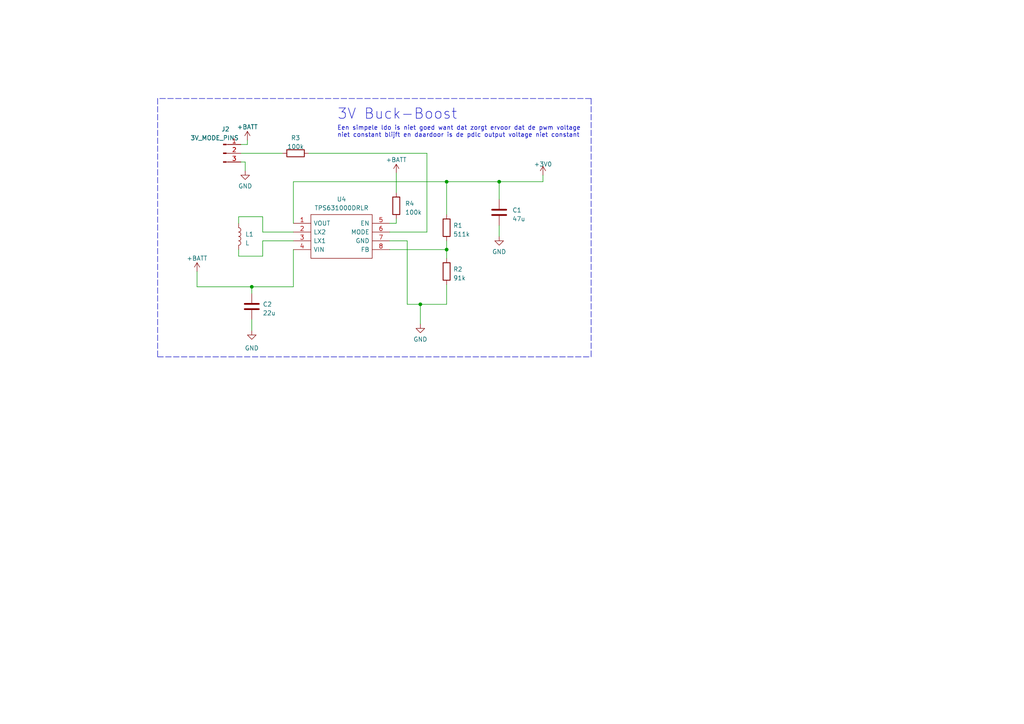
<source format=kicad_sch>
(kicad_sch (version 20230121) (generator eeschema)
  (paper "A4")
  (lib_symbols
    (symbol "Connector:Conn_01x03_Pin" (pin_names (offset 1.016) hide)
      (property "Reference" "J" (at 0 5.08 0))
      (property "Value" "Conn_01x03_Pin" (at 0 -5.08 0))
      (symbol "Conn_01x03_Pin_1_1"
        (polyline (pts (xy 1.27 -2.54) (xy 0.8636 -2.54)) (stroke (width 0.1524)))
        (polyline (pts (xy 1.27 0) (xy 0.8636 0)) (stroke (width 0.1524)))
        (polyline (pts (xy 1.27 2.54) (xy 0.8636 2.54)) (stroke (width 0.1524)))
        (rectangle (start 0.8636 -2.413) (end 0 -2.667) (stroke (width 0.1524)) (fill (type outline)))
        (rectangle (start 0.8636 0.127) (end 0 -0.127) (stroke (width 0.1524)) (fill (type outline)))
        (rectangle (start 0.8636 2.667) (end 0 2.413) (stroke (width 0.1524)) (fill (type outline)))
        (pin passive line (at 5.08 2.54 180) (length 3.81) (name "Pin_1") (number "1"))
        (pin passive line (at 5.08 0 180) (length 3.81) (name "Pin_2") (number "2"))
        (pin passive line (at 5.08 -2.54 180) (length 3.81) (name "Pin_3") (number "3"))
      )
    )
    (symbol "Device:C" (pin_numbers hide) (pin_names (offset 0.254))
      (property "Reference" "C" (at 0.635 2.54 0))
      (property "Value" "C" (at 0.635 -2.54 0))
      (symbol "C_0_1"
        (polyline (pts (xy -2.032 -0.762) (xy 2.032 -0.762)) (stroke (width 0.508)))
        (polyline (pts (xy -2.032 0.762) (xy 2.032 0.762)) (stroke (width 0.508)))
      )
      (symbol "C_1_1"
        (pin passive line (at 0 3.81 270) (length 2.794) (name "~") (number "1"))
        (pin passive line (at 0 -3.81 90) (length 2.794) (name "~") (number "2"))
      )
    )
    (symbol "Device:L" (pin_numbers hide) (pin_names (offset 1.016) hide)
      (property "Reference" "L" (at -1.27 0 90))
      (property "Value" "L" (at 1.905 0 90))
      (symbol "L_0_1"
        (arc (start 0 -2.54) (mid 0.6323 -1.905) (end 0 -1.27))
        (arc (start 0 -1.27) (mid 0.6323 -0.635) (end 0 0))
        (arc (start 0 0) (mid 0.6323 0.635) (end 0 1.27))
        (arc (start 0 1.27) (mid 0.6323 1.905) (end 0 2.54))
      )
      (symbol "L_1_1"
        (pin passive line (at 0 3.81 270) (length 1.27) (name "1") (number "1"))
        (pin passive line (at 0 -3.81 90) (length 1.27) (name "2") (number "2"))
      )
    )
    (symbol "Device:R" (pin_numbers hide) (pin_names (offset 0))
      (property "Reference" "R" (at 2.032 0 90))
      (property "Value" "R" (at 0 0 90))
      (symbol "R_0_1"
        (rectangle (start -1.016 -2.54) (end 1.016 2.54) (stroke (width 0.254)))
      )
      (symbol "R_1_1"
        (pin passive line (at 0 3.81 270) (length 1.27) (name "~") (number "1"))
        (pin passive line (at 0 -3.81 90) (length 1.27) (name "~") (number "2"))
      )
    )
    (symbol "SamacSys_Parts:TPS631000DRLR" (pin_names (offset 0.762))
      (property "Reference" "U" (at 24.13 7.62 0))
      (property "Value" "TPS631000DRLR" (at 24.13 5.08 0))
      (symbol "TPS631000DRLR_0_0"
        (pin passive line (at 0 0 0) (length 5.08) (name "VOUT") (number "1"))
        (pin passive line (at 0 -2.54 0) (length 5.08) (name "LX2") (number "2"))
        (pin passive line (at 0 -5.08 0) (length 5.08) (name "LX1") (number "3"))
        (pin passive line (at 0 -7.62 0) (length 5.08) (name "VIN") (number "4"))
        (pin passive line (at 27.94 0 180) (length 5.08) (name "EN") (number "5"))
        (pin passive line (at 27.94 -2.54 180) (length 5.08) (name "MODE") (number "6"))
        (pin passive line (at 27.94 -5.08 180) (length 5.08) (name "GND") (number "7"))
        (pin passive line (at 27.94 -7.62 180) (length 5.08) (name "FB") (number "8"))
      )
      (symbol "TPS631000DRLR_0_1"
        (polyline (pts (xy 5.08 2.54) (xy 22.86 2.54) (xy 22.86 -10.16) (xy 5.08 -10.16) (xy 5.08 2.54)) (stroke (width 0.1524)))
      )
    )
    (symbol "power:+3V0" (power) (pin_names (offset 0))
      (property "Value" "+3V0" (at 0 3.556 0))
      (symbol "+3V0_0_1"
        (polyline (pts (xy -0.762 1.27) (xy 0 2.54)))
        (polyline (pts (xy 0 0) (xy 0 2.54)))
        (polyline (pts (xy 0 2.54) (xy 0.762 1.27)))
      )
      (symbol "+3V0_1_1"
        (pin power_in line (at 0 0 90) (length 0) hide (name "+3V0") (number "1"))
      )
    )
    (symbol "power:+BATT" (power) (pin_names (offset 0))
      (property "Value" "+BATT" (at 0 3.556 0))
      (symbol "+BATT_0_1"
        (polyline (pts (xy -0.762 1.27) (xy 0 2.54)))
        (polyline (pts (xy 0 0) (xy 0 2.54)))
        (polyline (pts (xy 0 2.54) (xy 0.762 1.27)))
      )
      (symbol "+BATT_1_1"
        (pin power_in line (at 0 0 90) (length 0) hide (name "+BATT") (number "1"))
      )
    )
    (symbol "power:GND" (power) (pin_names (offset 0))
      (property "Value" "GND" (at 0 -3.81 0))
      (symbol "GND_0_1"
        (polyline (pts (xy 0 0) (xy 0 -1.27) (xy 1.27 -1.27) (xy 0 -2.54) (xy -1.27 -1.27) (xy 0 -1.27)))
      )
      (symbol "GND_1_1"
        (pin power_in line (at 0 0 270) (length 0) hide (name "GND") (number "1"))
      )
    )
  )
  (junction (at 144.78 52.705))
  (junction (at 129.54 72.39))
  (junction (at 129.54 52.705))
  (junction (at 73.025 83.185))
  (junction (at 121.92 88.265))
  (wire (pts (xy 69.85 46.99) (xy 71.12 46.99)))
  (wire (pts (xy 73.025 92.71) (xy 73.025 95.885)))
  (wire (pts (xy 129.54 69.85) (xy 129.54 72.39)))
  (wire (pts (xy 71.755 40.64) (xy 71.755 41.91)))
  (wire (pts (xy 157.48 50.8) (xy 157.48 52.705)))
  (wire (pts (xy 76.2 74.295) (xy 69.215 74.295)))
  (wire (pts (xy 114.935 50.165) (xy 114.935 55.88)))
  (wire (pts (xy 85.09 69.85) (xy 76.2 69.85)))
  (wire (pts (xy 71.12 46.99) (xy 71.12 49.53)))
  (wire (pts (xy 73.025 83.185) (xy 73.025 85.09)))
  (polyline (pts (xy 171.45 28.575) (xy 171.45 103.505)) (stroke (width 0) (type dash)))
  (polyline (pts (xy 171.45 28.575) (xy 45.72 28.575)) (stroke (width 0) (type dash)))
  (wire (pts (xy 85.09 67.31) (xy 76.2 67.31)))
  (wire (pts (xy 69.215 72.39) (xy 69.215 74.295)))
  (wire (pts (xy 89.535 44.45) (xy 123.825 44.45)))
  (wire (pts (xy 69.85 44.45) (xy 81.915 44.45)))
  (wire (pts (xy 118.11 88.265) (xy 121.92 88.265)))
  (wire (pts (xy 144.78 52.705) (xy 144.78 57.785)))
  (wire (pts (xy 129.54 52.705) (xy 144.78 52.705)))
  (wire (pts (xy 144.78 52.705) (xy 157.48 52.705)))
  (wire (pts (xy 129.54 88.265) (xy 129.54 82.55)))
  (wire (pts (xy 113.03 72.39) (xy 129.54 72.39)))
  (wire (pts (xy 57.15 78.74) (xy 57.15 83.185)))
  (wire (pts (xy 73.025 83.185) (xy 57.15 83.185)))
  (wire (pts (xy 114.935 63.5) (xy 114.935 64.77)))
  (wire (pts (xy 85.09 52.705) (xy 129.54 52.705)))
  (wire (pts (xy 123.825 44.45) (xy 123.825 67.31)))
  (wire (pts (xy 76.2 62.865) (xy 69.215 62.865)))
  (wire (pts (xy 85.09 72.39) (xy 85.09 83.185)))
  (wire (pts (xy 69.215 62.865) (xy 69.215 64.77)))
  (wire (pts (xy 71.755 41.91) (xy 69.85 41.91)))
  (wire (pts (xy 113.03 69.85) (xy 118.11 69.85)))
  (wire (pts (xy 85.09 52.705) (xy 85.09 64.77)))
  (wire (pts (xy 129.54 52.705) (xy 129.54 62.23)))
  (wire (pts (xy 76.2 69.85) (xy 76.2 74.295)))
  (wire (pts (xy 144.78 68.58) (xy 144.78 65.405)))
  (wire (pts (xy 85.09 83.185) (xy 73.025 83.185)))
  (wire (pts (xy 129.54 72.39) (xy 129.54 74.93)))
  (polyline (pts (xy 45.72 103.505) (xy 171.45 103.505)) (stroke (width 0) (type dash)))
  (wire (pts (xy 76.2 67.31) (xy 76.2 62.865)))
  (wire (pts (xy 123.825 67.31) (xy 113.03 67.31)))
  (wire (pts (xy 121.92 88.265) (xy 121.92 93.98)))
  (polyline (pts (xy 45.72 28.575) (xy 45.72 103.505)) (stroke (width 0) (type dash)))
  (wire (pts (xy 121.92 88.265) (xy 129.54 88.265)))
  (wire (pts (xy 114.935 64.77) (xy 113.03 64.77)))
  (wire (pts (xy 118.11 69.85) (xy 118.11 88.265)))
  (text "Een simpele ldo is niet goed want dat zorgt ervoor dat de pwm voltage \nniet constant blijft en daardoor is de pdlc output voltage niet constant" (at 97.79 40.005 0) (effects (font (size 1.27 1.27)) (justify left bottom)))
  (text "3V Buck-Boost" (at 97.79 34.925 0) (effects (font (size 3 3)) (justify left bottom)))
  (symbol (lib_id "Device:R") (at 85.725 44.45 90) (unit 1)
    (property "Reference" "R3" (at 85.725 40.005 90))
    (property "Value" "100k" (at 85.725 42.545 90))
    (instances (project "RookBril" (path "" (reference "R3") (unit 1)) (path "" (reference "R5") (unit 1))))
  )
  (symbol (lib_id "power:GND") (at 121.92 93.98 0) (unit 1)
    (property "Reference" "#PWR03" (effects hide))
    (property "Value" "GND" (at 121.92 98.425 0))
    (instances (project "RookBril" (path "" (reference "#PWR03") (unit 1)) (path "" (reference "#PWR020") (unit 1))))
  )
  (symbol (lib_id "SamacSys_Parts:TPS631000DRLR") (at 85.09 64.77 0) (unit 1)
    (property "Reference" "U4" (at 99.06 57.785 0))
    (property "Value" "TPS631000DRLR" (at 99.06 60.325 0))
    (property "Footprint" "SOTFL50P160X60-8N" (effects hide))
    (property "Datasheet" "https://www.ti.com/lit/ds/symlink/tps631000.pdf?ts=1652152702265" (effects hide))
    (property "Description" "Switching Voltage Regulators 1.5-A output current, high power density buck-boost converter" (effects hide))
    (property "Height" "0.6" (effects hide))
    (property "Mouser Part Number" "595-TPS631000DRLR" (effects hide))
    (property "Mouser Price/Stock" "https://www.mouser.co.uk/ProductDetail/Texas-Instruments/TPS631000DRLR?qs=rSMjJ%252B1ewcRYwoN2deTeNA%3D%3D" (effects hide))
    (property "Manufacturer_Name" "Texas Instruments" (effects hide))
    (property "Manufacturer_Part_Number" "TPS631000DRLR" (effects hide))
    (instances (project "RookBril" (path "" (reference "U4") (unit 1)) (path "" (reference "U5") (unit 1))))
  )
  (symbol (lib_id "Device:C") (at 144.78 61.595 0) (unit 1)
    (property "Reference" "C1" (at 148.59 60.96 0) (effects (justify left)))
    (property "Value" "47u" (at 148.59 63.5 0) (effects (justify left)))
    (instances (project "RookBril" (path "" (reference "C1") (unit 1)) (path "" (reference "C3") (unit 1))))
  )
  (symbol (lib_id "power:+BATT") (at 57.15 78.74 0) (unit 1)
    (property "Reference" "#PWR02" (effects hide))
    (property "Value" "+BATT" (at 57.15 74.93 0))
    (instances (project "RookBril" (path "" (reference "#PWR02") (unit 1)) (path "" (reference "#PWR019") (unit 1))))
  )
  (symbol (lib_id "Connector:Conn_01x03_Pin") (at 64.77 44.45 0) (unit 1)
    (property "Reference" "J2" (at 65.405 37.465 0))
    (property "Value" "3V_MODE_PINS" (at 62.23 40.005 0))
    (instances (project "RookBril" (path "" (reference "J2") (unit 1)) (path "" (reference "J3") (unit 1))))
  )
  (symbol (lib_id "Device:R") (at 129.54 66.04 0) (unit 1)
    (property "Reference" "R1" (at 131.445 65.405 0) (effects (justify left)))
    (property "Value" "511k" (at 131.445 67.945 0) (effects (justify left)))
    (instances (project "RookBril" (path "" (reference "R1") (unit 1)) (path "" (reference "R7") (unit 1))))
  )
  (symbol (lib_id "power:+BATT") (at 71.755 40.64 0) (unit 1)
    (property "Reference" "#PWR06" (effects hide))
    (property "Value" "+BATT" (at 71.755 36.83 0))
    (instances (project "RookBril" (path "" (reference "#PWR06") (unit 1)) (path "" (reference "#PWR014") (unit 1))))
  )
  (symbol (lib_id "power:+BATT") (at 114.935 50.165 0) (unit 1)
    (property "Reference" "#PWR012" (effects hide))
    (property "Value" "+BATT" (at 114.935 46.355 0))
    (instances (project "RookBril" (path "" (reference "#PWR012") (unit 1)) (path "" (reference "#PWR016") (unit 1))))
  )
  (symbol (lib_id "Device:C") (at 73.025 88.9 0) (unit 1)
    (property "Reference" "C2" (at 76.2 88.265 0) (effects (justify left)))
    (property "Value" "22u" (at 76.2 90.805 0) (effects (justify left)))
    (instances (project "RookBril" (path "" (reference "C2") (unit 1)) (path "" (reference "C4") (unit 1))))
  )
  (symbol (lib_id "power:GND") (at 144.78 68.58 0) (unit 1)
    (property "Reference" "#PWR011" (effects hide))
    (property "Value" "GND" (at 144.78 73.025 0))
    (instances (project "RookBril" (path "" (reference "#PWR011") (unit 1)) (path "" (reference "#PWR018") (unit 1))))
  )
  (symbol (lib_id "power:GND") (at 71.12 49.53 0) (mirror y) (unit 1)
    (property "Reference" "#PWR010" (effects hide))
    (property "Value" "GND" (at 71.12 53.975 0))
    (instances (project "RookBril" (path "" (reference "#PWR010") (unit 1)) (path "" (reference "#PWR015") (unit 1))))
  )
  (symbol (lib_id "Device:R") (at 114.935 59.69 180) (unit 1)
    (property "Reference" "R4" (at 117.475 59.055 0) (effects (justify right)))
    (property "Value" "100k" (at 117.475 61.595 0) (effects (justify right)))
    (instances (project "RookBril" (path "" (reference "R4") (unit 1)) (path "" (reference "R6") (unit 1))))
  )
  (symbol (lib_id "Device:L") (at 69.215 68.58 0) (unit 1)
    (property "Reference" "L1" (at 71.12 67.945 0) (effects (justify left)))
    (property "Value" "L" (at 71.12 70.485 0) (effects (justify left)))
    (instances (project "RookBril" (path "" (reference "L1") (unit 1)) (path "" (reference "L3") (unit 1))))
  )
  (symbol (lib_id "power:GND") (at 73.025 95.885 0) (unit 1)
    (property "Reference" "#PWR013" (effects hide))
    (property "Value" "GND" (at 73.025 100.965 0))
    (instances (project "RookBril" (path "" (reference "#PWR013") (unit 1)) (path "" (reference "#PWR021") (unit 1))))
  )
  (symbol (lib_id "power:+3V0") (at 157.48 50.8 0) (unit 1)
    (property "Reference" "#PWR01" (effects hide))
    (property "Value" "+3V0" (at 157.48 47.625 0))
    (instances (project "RookBril" (path "" (reference "#PWR01") (unit 1)) (path "" (reference "#PWR017") (unit 1))))
  )
  (symbol (lib_id "Device:R") (at 129.54 78.74 0) (unit 1)
    (property "Reference" "R2" (at 131.445 78.105 0) (effects (justify left)))
    (property "Value" "91k" (at 131.445 80.645 0) (effects (justify left)))
    (instances (project "RookBril" (path "" (reference "R2") (unit 1)) (path "" (reference "R13") (unit 1))))
  )
)
</source>
